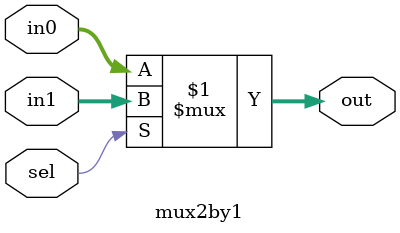
<source format=sv>


module up3(input logic clk, reset, 
				output logic store_mem, fetch, load_pc, incr_pc, load_iru, load_irl, load_ac,
				output logic [7:0] pc, ac, state, mdr, opcode, value, address);
				
	//internal lines
	logic [7:0] Z;
	logic ZFLG, NFLG;
		
		
	control unit(.opcode(opcode), .nflg(NFLG), .zflg(ZFLG), .reset(reset), .clk(clk), .STATE(state), 
					.ld_ac(load_ac), .ld_iru(load_iru), .ld_irl(load_irl), .ld_pc(load_pc), 
					.incr_pc(incr_pc), .fetch(fetch), .store_mem(store_mem));
	
	ramup3 ram7(.address(address), .data(ac), .wren(store_mem), .clock(clk), .q(mdr));
	alu alup(.mdr(mdr), .ac(ac), .opcode(opcode), .value(value), .pc(pc), .addr(address), .nflg(NFLG), .zflg(ZFLG), .zout(Z)); 
	ac acup (.Z(Z), .LOAD_AC(load_ac), .clk(clk), .AC(ac)); 
	pc pcup (.ADDR(value), .reset(reset), .LOAD_PC(load_pc), .INCR_PC(incr_pc), .clk(clk), .PC(pc)); 
	ir irup (.MDR(mdr), .LOAD_IRU(load_iru), .LOAD_IRL(load_irl), .clk(clk), .reset(reset), .IRU(opcode), .IRL(value));
	mux2by1 fetch_mux (.sel(fetch), .in1(pc), .in0(value), .out(address));
	
	endmodule
	
	
	//define mux2by1
	module mux2by1 (input logic sel,
							input logic [7:0] in0, in1,
							output logic [7:0] out);
			assign out = sel? in1:in0;
	endmodule
</source>
